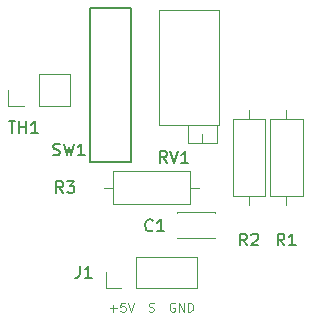
<source format=gto>
G04 #@! TF.GenerationSoftware,KiCad,Pcbnew,(5.1.4)-1*
G04 #@! TF.CreationDate,2019-09-09T23:43:03+02:00*
G04 #@! TF.ProjectId,PTC,5054432e-6b69-4636-9164-5f7063625858,rev?*
G04 #@! TF.SameCoordinates,PXe4e1c0PY29f6300*
G04 #@! TF.FileFunction,Legend,Top*
G04 #@! TF.FilePolarity,Positive*
%FSLAX46Y46*%
G04 Gerber Fmt 4.6, Leading zero omitted, Abs format (unit mm)*
G04 Created by KiCad (PCBNEW (5.1.4)-1) date 2019-09-09 23:43:03*
%MOMM*%
%LPD*%
G04 APERTURE LIST*
%ADD10C,0.125000*%
%ADD11C,0.120000*%
%ADD12C,0.150000*%
G04 APERTURE END LIST*
D10*
X14630714Y1786429D02*
X14737857Y1750715D01*
X14916428Y1750715D01*
X14987857Y1786429D01*
X15023571Y1822143D01*
X15059285Y1893572D01*
X15059285Y1965000D01*
X15023571Y2036429D01*
X14987857Y2072143D01*
X14916428Y2107858D01*
X14773571Y2143572D01*
X14702142Y2179286D01*
X14666428Y2215000D01*
X14630714Y2286429D01*
X14630714Y2357858D01*
X14666428Y2429286D01*
X14702142Y2465000D01*
X14773571Y2500715D01*
X14952142Y2500715D01*
X15059285Y2465000D01*
X16813571Y2465000D02*
X16742142Y2500715D01*
X16635000Y2500715D01*
X16527857Y2465000D01*
X16456428Y2393572D01*
X16420714Y2322143D01*
X16385000Y2179286D01*
X16385000Y2072143D01*
X16420714Y1929286D01*
X16456428Y1857858D01*
X16527857Y1786429D01*
X16635000Y1750715D01*
X16706428Y1750715D01*
X16813571Y1786429D01*
X16849285Y1822143D01*
X16849285Y2072143D01*
X16706428Y2072143D01*
X17170714Y1750715D02*
X17170714Y2500715D01*
X17599285Y1750715D01*
X17599285Y2500715D01*
X17956428Y1750715D02*
X17956428Y2500715D01*
X18135000Y2500715D01*
X18242142Y2465000D01*
X18313571Y2393572D01*
X18349285Y2322143D01*
X18385000Y2179286D01*
X18385000Y2072143D01*
X18349285Y1929286D01*
X18313571Y1857858D01*
X18242142Y1786429D01*
X18135000Y1750715D01*
X17956428Y1750715D01*
X11340714Y2036429D02*
X11912142Y2036429D01*
X11626428Y1750715D02*
X11626428Y2322143D01*
X12626428Y2500715D02*
X12269285Y2500715D01*
X12233571Y2143572D01*
X12269285Y2179286D01*
X12340714Y2215000D01*
X12519285Y2215000D01*
X12590714Y2179286D01*
X12626428Y2143572D01*
X12662142Y2072143D01*
X12662142Y1893572D01*
X12626428Y1822143D01*
X12590714Y1786429D01*
X12519285Y1750715D01*
X12340714Y1750715D01*
X12269285Y1786429D01*
X12233571Y1822143D01*
X12876428Y2500715D02*
X13126428Y1750715D01*
X13376428Y2500715D01*
D11*
X2720000Y19175000D02*
X2720000Y20505000D01*
X4050000Y19175000D02*
X2720000Y19175000D01*
X5320000Y19175000D02*
X5320000Y21835000D01*
X5320000Y21835000D02*
X7920000Y21835000D01*
X5320000Y19175000D02*
X7920000Y19175000D01*
X7920000Y19175000D02*
X7920000Y21835000D01*
X10975000Y3744500D02*
X10975000Y5074500D01*
X12305000Y3744500D02*
X10975000Y3744500D01*
X13575000Y3744500D02*
X13575000Y6404500D01*
X13575000Y6404500D02*
X18715000Y6404500D01*
X13575000Y3744500D02*
X18715000Y3744500D01*
X18715000Y3744500D02*
X18715000Y6404500D01*
D12*
X9665000Y14450000D02*
X9665000Y27450000D01*
X13165000Y27450000D02*
X13165000Y14450000D01*
X13165000Y27450000D02*
X9665000Y27450000D01*
X13165000Y14450000D02*
X9665000Y14450000D01*
D11*
X19160000Y16005000D02*
X19160000Y16764000D01*
X17945000Y17524000D02*
X20375000Y17524000D01*
X17945000Y16005000D02*
X20375000Y16005000D01*
X20375000Y16005000D02*
X20375000Y17524000D01*
X17945000Y16005000D02*
X17945000Y17524000D01*
X15480000Y27295000D02*
X20550000Y27295000D01*
X15480000Y17525000D02*
X20550000Y17525000D01*
X20550000Y17525000D02*
X20550000Y27295000D01*
X15480000Y17525000D02*
X15480000Y27295000D01*
X18885000Y12250000D02*
X18115000Y12250000D01*
X10805000Y12250000D02*
X11575000Y12250000D01*
X18115000Y13620000D02*
X11575000Y13620000D01*
X18115000Y10880000D02*
X18115000Y13620000D01*
X11575000Y10880000D02*
X18115000Y10880000D01*
X11575000Y13620000D02*
X11575000Y10880000D01*
X23100000Y10750000D02*
X23100000Y11520000D01*
X23100000Y18830000D02*
X23100000Y18060000D01*
X24470000Y11520000D02*
X24470000Y18060000D01*
X21730000Y11520000D02*
X24470000Y11520000D01*
X21730000Y18060000D02*
X21730000Y11520000D01*
X24470000Y18060000D02*
X21730000Y18060000D01*
X26275000Y10750000D02*
X26275000Y11520000D01*
X26275000Y18830000D02*
X26275000Y18060000D01*
X27645000Y11520000D02*
X27645000Y18060000D01*
X24905000Y11520000D02*
X27645000Y11520000D01*
X24905000Y18060000D02*
X24905000Y11520000D01*
X27645000Y18060000D02*
X24905000Y18060000D01*
X20255000Y8020000D02*
X20255000Y7955000D01*
X20255000Y10195000D02*
X20255000Y10130000D01*
X17015000Y8020000D02*
X17015000Y7955000D01*
X17015000Y10195000D02*
X17015000Y10130000D01*
X17015000Y7955000D02*
X20255000Y7955000D01*
X17015000Y10195000D02*
X20255000Y10195000D01*
D12*
X2764285Y17877620D02*
X3335714Y17877620D01*
X3050000Y16877620D02*
X3050000Y17877620D01*
X3669047Y16877620D02*
X3669047Y17877620D01*
X3669047Y17401429D02*
X4240476Y17401429D01*
X4240476Y16877620D02*
X4240476Y17877620D01*
X5240476Y16877620D02*
X4669047Y16877620D01*
X4954761Y16877620D02*
X4954761Y17877620D01*
X4859523Y17734762D01*
X4764285Y17639524D01*
X4669047Y17591905D01*
X8796666Y5622120D02*
X8796666Y4907834D01*
X8749047Y4764977D01*
X8653809Y4669739D01*
X8510952Y4622120D01*
X8415714Y4622120D01*
X9796666Y4622120D02*
X9225238Y4622120D01*
X9510952Y4622120D02*
X9510952Y5622120D01*
X9415714Y5479262D01*
X9320476Y5384024D01*
X9225238Y5336405D01*
X6526666Y15020239D02*
X6669523Y14972620D01*
X6907619Y14972620D01*
X7002857Y15020239D01*
X7050476Y15067858D01*
X7098095Y15163096D01*
X7098095Y15258334D01*
X7050476Y15353572D01*
X7002857Y15401191D01*
X6907619Y15448810D01*
X6717142Y15496429D01*
X6621904Y15544048D01*
X6574285Y15591667D01*
X6526666Y15686905D01*
X6526666Y15782143D01*
X6574285Y15877381D01*
X6621904Y15925000D01*
X6717142Y15972620D01*
X6955238Y15972620D01*
X7098095Y15925000D01*
X7431428Y15972620D02*
X7669523Y14972620D01*
X7860000Y15686905D01*
X8050476Y14972620D01*
X8288571Y15972620D01*
X9193333Y14972620D02*
X8621904Y14972620D01*
X8907619Y14972620D02*
X8907619Y15972620D01*
X8812380Y15829762D01*
X8717142Y15734524D01*
X8621904Y15686905D01*
X16154761Y14337620D02*
X15821428Y14813810D01*
X15583333Y14337620D02*
X15583333Y15337620D01*
X15964285Y15337620D01*
X16059523Y15290000D01*
X16107142Y15242381D01*
X16154761Y15147143D01*
X16154761Y15004286D01*
X16107142Y14909048D01*
X16059523Y14861429D01*
X15964285Y14813810D01*
X15583333Y14813810D01*
X16440476Y15337620D02*
X16773809Y14337620D01*
X17107142Y15337620D01*
X17964285Y14337620D02*
X17392857Y14337620D01*
X17678571Y14337620D02*
X17678571Y15337620D01*
X17583333Y15194762D01*
X17488095Y15099524D01*
X17392857Y15051905D01*
X7375833Y11797620D02*
X7042500Y12273810D01*
X6804404Y11797620D02*
X6804404Y12797620D01*
X7185357Y12797620D01*
X7280595Y12750000D01*
X7328214Y12702381D01*
X7375833Y12607143D01*
X7375833Y12464286D01*
X7328214Y12369048D01*
X7280595Y12321429D01*
X7185357Y12273810D01*
X6804404Y12273810D01*
X7709166Y12797620D02*
X8328214Y12797620D01*
X7994880Y12416667D01*
X8137738Y12416667D01*
X8232976Y12369048D01*
X8280595Y12321429D01*
X8328214Y12226191D01*
X8328214Y11988096D01*
X8280595Y11892858D01*
X8232976Y11845239D01*
X8137738Y11797620D01*
X7852023Y11797620D01*
X7756785Y11845239D01*
X7709166Y11892858D01*
X22933333Y7352620D02*
X22600000Y7828810D01*
X22361904Y7352620D02*
X22361904Y8352620D01*
X22742857Y8352620D01*
X22838095Y8305000D01*
X22885714Y8257381D01*
X22933333Y8162143D01*
X22933333Y8019286D01*
X22885714Y7924048D01*
X22838095Y7876429D01*
X22742857Y7828810D01*
X22361904Y7828810D01*
X23314285Y8257381D02*
X23361904Y8305000D01*
X23457142Y8352620D01*
X23695238Y8352620D01*
X23790476Y8305000D01*
X23838095Y8257381D01*
X23885714Y8162143D01*
X23885714Y8066905D01*
X23838095Y7924048D01*
X23266666Y7352620D01*
X23885714Y7352620D01*
X26108333Y7352620D02*
X25775000Y7828810D01*
X25536904Y7352620D02*
X25536904Y8352620D01*
X25917857Y8352620D01*
X26013095Y8305000D01*
X26060714Y8257381D01*
X26108333Y8162143D01*
X26108333Y8019286D01*
X26060714Y7924048D01*
X26013095Y7876429D01*
X25917857Y7828810D01*
X25536904Y7828810D01*
X27060714Y7352620D02*
X26489285Y7352620D01*
X26775000Y7352620D02*
X26775000Y8352620D01*
X26679761Y8209762D01*
X26584523Y8114524D01*
X26489285Y8066905D01*
X14955833Y8654358D02*
X14908214Y8606739D01*
X14765357Y8559120D01*
X14670119Y8559120D01*
X14527261Y8606739D01*
X14432023Y8701977D01*
X14384404Y8797215D01*
X14336785Y8987691D01*
X14336785Y9130548D01*
X14384404Y9321024D01*
X14432023Y9416262D01*
X14527261Y9511500D01*
X14670119Y9559120D01*
X14765357Y9559120D01*
X14908214Y9511500D01*
X14955833Y9463881D01*
X15908214Y8559120D02*
X15336785Y8559120D01*
X15622500Y8559120D02*
X15622500Y9559120D01*
X15527261Y9416262D01*
X15432023Y9321024D01*
X15336785Y9273405D01*
M02*

</source>
